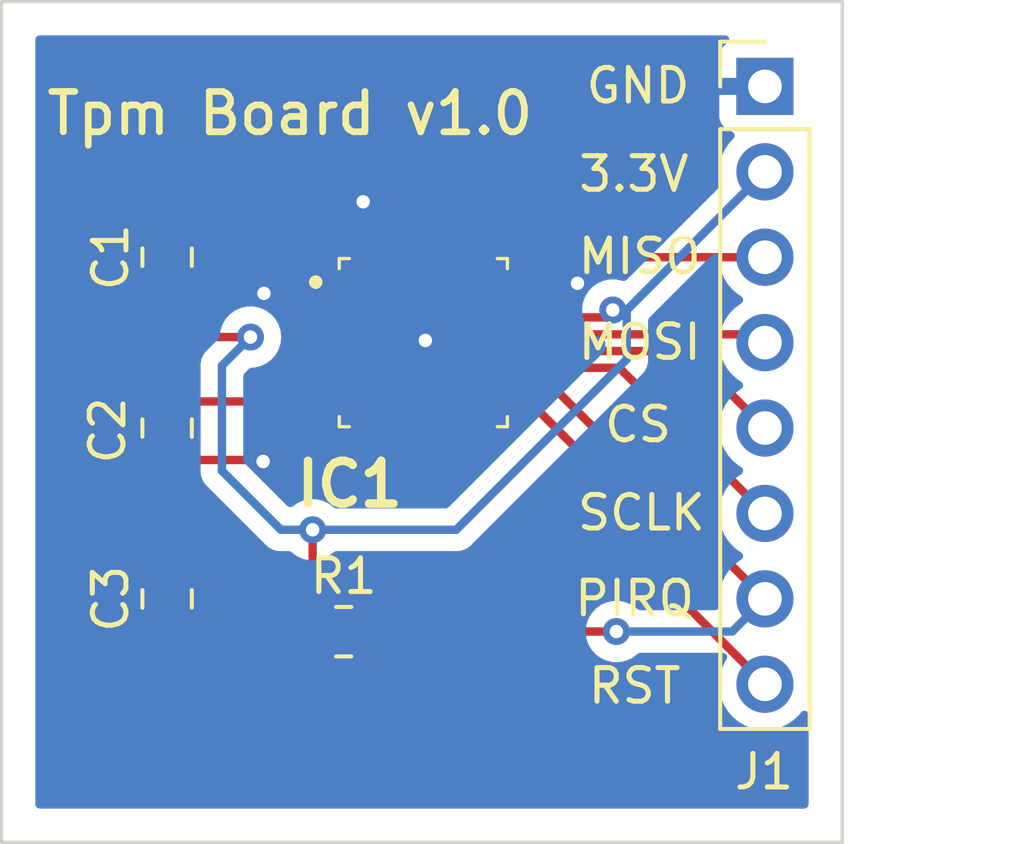
<source format=kicad_pcb>
(kicad_pcb (version 20211014) (generator pcbnew)
  (layers (0 "F.Cu" signal) (31 "B.Cu" signal) (34 "B.Paste" user) (35 "F.Paste" user) (36 "B.SilkS" user "B.Silkscreen") (37 "F.SilkS" user "F.Silkscreen") (38 "B.Mask" user) (39 "F.Mask" user) (44 "Edge.Cuts" user))
  (net 0 "")
  (net 1 "+3.3V")
  (net 2 "GND")
  (net 3 "PIRQ")
  (net 17 "RST")
  (net 18 "SCLK")
  (net 19 "CS")
  (net 20 "MOSI")
  (net 21 "MISO")
  (footprint "Resistor_SMD:R_0805_2012Metric" (layer "F.Cu") (at 65.171716 78.737058)
    (fp_text reference "R1" (at 0 -1.65) (layer "F.SilkS"))
    (fp_text value "R_US")
    (fp_line (start -0.227064 -0.735) (end 0.227064 -0.735) (layer "F.SilkS") (width 0.12))
    (fp_line (start -0.227064 0.735) (end 0.227064 0.735) (layer "F.SilkS") (width 0.12))
    (pad "1" smd roundrect (at -0.9125 0) (size 1.025 1.4) (layers "F.Cu" "F.Paste" "F.Mask") (roundrect_rratio 0.243902439) (net 1 "+3.3V"))
    (pad "2" smd roundrect (at 0.9125 0) (size 1.025 1.4) (layers "F.Cu" "F.Paste" "F.Mask") (roundrect_rratio 0.243902439) (net 3 "PIRQ"))
  )
  (footprint "Capacitor_SMD:C_0805_2012Metric" (layer "F.Cu") (at 59.92 72.68 -90)
    (fp_text reference "C2" (at 0.07 1.77 -90) (layer "F.SilkS"))
    (fp_text value "100nF")
    (fp_line (start -0.261252 -0.735) (end 0.261252 -0.735) (layer "F.SilkS") (width 0.12))
    (fp_line (start -0.261252 0.735) (end 0.261252 0.735) (layer "F.SilkS") (width 0.12))
    (pad "1" smd roundrect (at -0.95 0 270) (size 1 1.45) (layers "F.Cu" "F.Paste" "F.Mask") (net 1 "+3.3V"))
    (pad "2" smd roundrect (at 0.95 0 270) (size 1 1.45) (layers "F.Cu" "F.Paste" "F.Mask") (net 2 "GND"))
  )
  (footprint "Capacitor_SMD:C_0805_2012Metric" (layer "F.Cu") (at 59.92 67.6 90)
    (fp_text reference "C1" (at 0 -1.68 90) (layer "F.SilkS"))
    (fp_text value "1uF")
    (fp_line (start -0.261252 0.735) (end 0.261252 0.735) (layer "F.SilkS") (width 0.12))
    (fp_line (start -0.261252 -0.735) (end 0.261252 -0.735) (layer "F.SilkS") (width 0.12))
    (pad "1" smd roundrect (at -0.95 0 90) (size 1 1.45) (layers "F.Cu" "F.Paste" "F.Mask") (net 1 "+3.3V"))
    (pad "2" smd roundrect (at 0.95 0 90) (size 1 1.45) (layers "F.Cu" "F.Paste" "F.Mask") (net 2 "GND"))
  )
  (footprint "Capacitor_SMD:C_0805_2012Metric" (layer "F.Cu") (at 59.92 77.76 90)
    (fp_text reference "C3" (at 0 -1.68 90) (layer "F.SilkS"))
    (fp_text value "100nF")
    (fp_line (start -0.261252 -0.735) (end 0.261252 -0.735) (layer "F.SilkS") (width 0.12))
    (fp_line (start -0.261252 0.735) (end 0.261252 0.735) (layer "F.SilkS") (width 0.12))
    (pad "1" smd roundrect (at -0.95 0 90) (size 1 1.45) (layers "F.Cu" "F.Paste" "F.Mask") (net 1 "+3.3V"))
    (pad "2" smd roundrect (at 0.95 0 90) (size 1 1.45) (layers "F.Cu" "F.Paste" "F.Mask") (net 2 "GND"))
  )
  (footprint "Connector_PinHeader_2.54mm:PinHeader_1x08_P2.54mm_Vertical" (layer "F.Cu") (at 77.7 62.52)
    (fp_text reference "J1" (at -0.025 20.38) (layer "F.SilkS"))
    (fp_text value "Conn_01x08_Female")
    (fp_line (start -1.33 -1.33) (end 0 -1.33) (layer "F.SilkS") (width 0.12))
    (fp_line (start -1.33 1.27) (end 1.33 1.27) (layer "F.SilkS") (width 0.12))
    (fp_line (start -1.33 0) (end -1.33 -1.33) (layer "F.SilkS") (width 0.12))
    (fp_line (start -1.33 19.11) (end 1.33 19.11) (layer "F.SilkS") (width 0.12))
    (fp_line (start -1.33 1.27) (end -1.33 19.11) (layer "F.SilkS") (width 0.12))
    (fp_line (start 1.33 1.27) (end 1.33 19.11) (layer "F.SilkS") (width 0.12))
    (pad "1" thru_hole rect (at 0 0) (size 1.7 1.7) (drill 1) (layers *.Cu *.Mask) (net 2 "GND"))
    (pad "2" thru_hole oval (at 0 2.54) (size 1.7 1.7) (drill 1) (layers *.Cu *.Mask) (net 1 "+3.3V"))
    (pad "3" thru_hole oval (at 0 5.08) (size 1.7 1.7) (drill 1) (layers *.Cu *.Mask) (net 21 "MISO"))
    (pad "4" thru_hole oval (at 0 7.62) (size 1.7 1.7) (drill 1) (layers *.Cu *.Mask) (net 20 "MOSI"))
    (pad "5" thru_hole oval (at 0 10.16) (size 1.7 1.7) (drill 1) (layers *.Cu *.Mask) (net 19 "CS"))
    (pad "6" thru_hole oval (at 0 12.7) (size 1.7 1.7) (drill 1) (layers *.Cu *.Mask) (net 18 "SCLK"))
    (pad "7" thru_hole oval (at 0 15.24) (size 1.7 1.7) (drill 1) (layers *.Cu *.Mask) (net 3 "PIRQ"))
    (pad "8" thru_hole oval (at 0 17.78) (size 1.7 1.7) (drill 1) (layers *.Cu *.Mask) (net 17 "RST"))
  )
  (footprint "SamacSys_Parts:SLB9670VQ20FW785XUMA1" (layer "F.Cu") (at 67.54 70.14)
    (fp_text reference "IC1" (at -2.19 4.21) (layer "F.SilkS") (effects (font (size 1.27 1.27) (thickness 0.254))))
    (fp_text value "SLB9670VQ20FW785XUMA1" hide)
    (fp_line (start 2.5 -2.5) (end 2.5 -2.2) (layer "F.SilkS") (width 0.1))
    (fp_line (start 2.5 2.5) (end 2.5 2.2) (layer "F.SilkS") (width 0.1))
    (fp_line (start -2.2 -2.5) (end -2.5 -2.5) (layer "F.SilkS") (width 0.1))
    (fp_line (start -2.5 2.2) (end -2.5 2.5) (layer "F.SilkS") (width 0.1))
    (fp_line (start -2.5 2.5) (end -2.2 2.5) (layer "F.SilkS") (width 0.1))
    (fp_line (start -3.2 -1.9) (end -3.2 -1.9) (layer "F.SilkS") (width 0.2))
    (fp_line (start -3.2 -1.7) (end -3.2 -1.7) (layer "F.SilkS") (width 0.2))
    (fp_line (start 2.2 -2.5) (end 2.5 -2.5) (layer "F.SilkS") (width 0.1))
    (fp_line (start -2.5 -2.5) (end -2.5 -2.2) (layer "F.SilkS") (width 0.1))
    (fp_line (start 2.2 2.5) (end 2.5 2.5) (layer "F.SilkS") (width 0.1))
    (fp_arc (start -3.2 -1.7) (mid -3.3 -1.8) (end -3.2 -1.9) (layer "F.SilkS") (width 0.2))
    (fp_arc (start -3.2 -1.9) (mid -3.1 -1.8) (end -3.2 -1.7) (layer "F.SilkS") (width 0.2))
    (pad "1" smd rect locked (at -2.4 -1.75 90) (size 0.25 0.7) (layers "F.Cu" "F.Paste" "F.Mask"))
    (pad "2" smd rect locked (at -2.4 -1.25 90) (size 0.25 0.7) (layers "F.Cu" "F.Paste" "F.Mask") (net 2 "GND"))
    (pad "3" smd rect locked (at -2.4 -0.75 90) (size 0.25 0.7) (layers "F.Cu" "F.Paste" "F.Mask"))
    (pad "4" smd rect locked (at -2.4 -0.25 90) (size 0.25 0.7) (layers "F.Cu" "F.Paste" "F.Mask"))
    (pad "5" smd rect locked (at -2.4 0.25 90) (size 0.25 0.7) (layers "F.Cu" "F.Paste" "F.Mask"))
    (pad "6" smd rect locked (at -2.4 0.75 90) (size 0.25 0.7) (layers "F.Cu" "F.Paste" "F.Mask"))
    (pad "7" smd rect locked (at -2.4 1.25 90) (size 0.25 0.7) (layers "F.Cu" "F.Paste" "F.Mask"))
    (pad "8" smd rect locked (at -2.4 1.75 90) (size 0.25 0.7) (layers "F.Cu" "F.Paste" "F.Mask") (net 1 "+3.3V"))
    (pad "9" smd rect locked (at -1.75 2.4) (size 0.25 0.7) (layers "F.Cu" "F.Paste" "F.Mask") (net 2 "GND"))
    (pad "10" smd rect locked (at -1.25 2.4) (size 0.25 0.7) (layers "F.Cu" "F.Paste" "F.Mask"))
    (pad "11" smd rect locked (at -0.75 2.4) (size 0.25 0.7) (layers "F.Cu" "F.Paste" "F.Mask"))
    (pad "12" smd rect locked (at -0.25 2.4) (size 0.25 0.7) (layers "F.Cu" "F.Paste" "F.Mask"))
    (pad "13" smd rect locked (at 0.25 2.4) (size 0.25 0.7) (layers "F.Cu" "F.Paste" "F.Mask"))
    (pad "14" smd rect locked (at 0.75 2.4) (size 0.25 0.7) (layers "F.Cu" "F.Paste" "F.Mask"))
    (pad "15" smd rect locked (at 1.25 2.4) (size 0.25 0.7) (layers "F.Cu" "F.Paste" "F.Mask"))
    (pad "16" smd rect locked (at 1.75 2.4) (size 0.25 0.7) (layers "F.Cu" "F.Paste" "F.Mask"))
    (pad "17" smd rect locked (at 2.4 1.75 90) (size 0.25 0.7) (layers "F.Cu" "F.Paste" "F.Mask") (net 17 "RST"))
    (pad "18" smd rect locked (at 2.4 1.25 90) (size 0.25 0.7) (layers "F.Cu" "F.Paste" "F.Mask") (net 3 "PIRQ"))
    (pad "19" smd rect locked (at 2.4 0.75 90) (size 0.25 0.7) (layers "F.Cu" "F.Paste" "F.Mask") (net 18 "SCLK"))
    (pad "20" smd rect locked (at 2.4 0.25 90) (size 0.25 0.7) (layers "F.Cu" "F.Paste" "F.Mask") (net 19 "CS"))
    (pad "21" smd rect locked (at 2.4 -0.25 90) (size 0.25 0.7) (layers "F.Cu" "F.Paste" "F.Mask") (net 20 "MOSI"))
    (pad "22" smd rect locked (at 2.4 -0.75 90) (size 0.25 0.7) (layers "F.Cu" "F.Paste" "F.Mask") (net 1 "+3.3V"))
    (pad "23" smd rect locked (at 2.4 -1.25 90) (size 0.25 0.7) (layers "F.Cu" "F.Paste" "F.Mask") (net 2 "GND"))
    (pad "24" smd rect locked (at 2.4 -1.75 90) (size 0.25 0.7) (layers "F.Cu" "F.Paste" "F.Mask") (net 21 "MISO"))
    (pad "25" smd rect locked (at 1.75 -2.4) (size 0.25 0.7) (layers "F.Cu" "F.Paste" "F.Mask"))
    (pad "26" smd rect locked (at 1.25 -2.4) (size 0.25 0.7) (layers "F.Cu" "F.Paste" "F.Mask"))
    (pad "27" smd rect locked (at 0.75 -2.4) (size 0.25 0.7) (layers "F.Cu" "F.Paste" "F.Mask"))
    (pad "28" smd rect locked (at 0.25 -2.4) (size 0.25 0.7) (layers "F.Cu" "F.Paste" "F.Mask"))
    (pad "29" smd rect locked (at -0.25 -2.4) (size 0.25 0.7) (layers "F.Cu" "F.Paste" "F.Mask"))
    (pad "30" smd rect locked (at -0.75 -2.4) (size 0.25 0.7) (layers "F.Cu" "F.Paste" "F.Mask"))
    (pad "31" smd rect locked (at -1.25 -2.4) (size 0.25 0.7) (layers "F.Cu" "F.Paste" "F.Mask"))
    (pad "32" smd rect locked (at -1.75 -2.4) (size 0.25 0.7) (layers "F.Cu" "F.Paste" "F.Mask") (net 2 "GND"))
    (pad "33" smd rect locked (at 0 0) (size 3.6 3.6) (layers "F.Cu" "F.Paste" "F.Mask") (net 2 "GND"))
  )
  (gr_line (start 80 85) (end 80 60) (layer "Edge.Cuts") (width 0.1))
  (gr_line (start 80 60) (end 55 60) (layer "Edge.Cuts") (width 0.1))
  (gr_line (start 55 85) (end 80 85) (layer "Edge.Cuts") (width 0.1))
  (gr_line (start 55 60) (end 55 85) (layer "Edge.Cuts") (width 0.1))
  (gr_text "MISO" (at 73.975 67.575) (layer "F.SilkS") (effects (font (size 1 1))))
  (gr_text "RST" (at 73.825 80.35) (layer "F.SilkS") (effects (font (size 1 1))))
  (gr_text "Tpm Board v1.0" (at 63.575 63.325) (layer "F.SilkS") (effects (font (size 1.2 1.2) (thickness 0.2))))
  (gr_text "CS" (at 73.925 72.575) (layer "F.SilkS") (effects (font (size 1 1))))
  (gr_text "PIRQ" (at 73.825 77.75) (layer "F.SilkS") (effects (font (size 1 1))))
  (gr_text "SCLK" (at 74.025 75.2) (layer "F.SilkS") (effects (font (size 1 1))))
  (gr_text "GND" (at 73.925 62.5) (layer "F.SilkS") (effects (font (size 1 1))))
  (gr_text "MOSI" (at 73.975 70.125) (layer "F.SilkS") (effects (font (size 1 1))))
  (gr_text "3.3V" (at 73.8 65.125) (layer "F.SilkS") (effects (font (size 1 1))))
  (segment (start 72.954975 69.39) (end 73.175 69.169975) (width 0.25) (layer "F.Cu") (net 1))
  (segment (start 60.08 71.89) (end 59.92 71.73) (width 0.25) (layer "F.Cu") (net 1))
  (segment (start 69.94 69.39) (end 72.954975 69.39) (width 0.25) (layer "F.Cu") (net 1))
  (segment (start 64.247839 78.725681) (end 64.259216 78.737058) (width 0.25) (layer "F.Cu") (net 1))
  (segment (start 64.247839 75.70549) (end 64.247839 78.725681) (width 0.25) (layer "F.Cu") (net 1))
  (segment (start 62.4 69.975) (end 61.345 69.975) (width 0.25) (layer "F.Cu") (net 1))
  (segment (start 61.345 69.975) (end 59.92 68.55) (width 0.25) (layer "F.Cu") (net 1))
  (segment (start 59.947058 78.737058) (end 64.259216 78.737058) (width 0.25) (layer "F.Cu") (net 1))
  (segment (start 65.14 71.89) (end 60.08 71.89) (width 0.25) (layer "F.Cu") (net 1))
  (segment (start 59.92 68.55) (end 59.92 71.73) (width 0.25) (layer "F.Cu") (net 1))
  (via (at 64.247839 75.70549) (size 0.8) (drill 0.4) (layers "F.Cu" "B.Cu") (net 1))
  (via (at 62.4 69.975) (size 0.8) (drill 0.4) (layers "F.Cu" "B.Cu") (net 1))
  (via (at 73.175 69.169975) (size 0.8) (drill 0.4) (layers "F.Cu" "B.Cu") (net 1))
  (segment (start 73.175 69.169975) (end 73.590025 69.169975) (width 0.25) (layer "B.Cu") (net 1))
  (segment (start 61.55 73.950305) (end 61.55 70.825) (width 0.25) (layer "B.Cu") (net 1))
  (segment (start 64.247839 75.70549) (end 63.305185 75.70549) (width 0.25) (layer "B.Cu") (net 1))
  (segment (start 73.590025 69.169975) (end 77.7 65.06) (width 0.25) (layer "B.Cu") (net 1))
  (segment (start 73.590025 69.169975) (end 73.590025 70.634975) (width 0.25) (layer "B.Cu") (net 1))
  (segment (start 63.305185 75.70549) (end 61.55 73.950305) (width 0.25) (layer "B.Cu") (net 1))
  (segment (start 61.55 70.825) (end 62.4 69.975) (width 0.25) (layer "B.Cu") (net 1))
  (segment (start 68.51951 75.70549) (end 64.247839 75.70549) (width 0.25) (layer "B.Cu") (net 1))
  (segment (start 73.590025 70.634975) (end 68.51951 75.70549) (width 0.25) (layer "B.Cu") (net 1))
  (segment (start 59.92 73.63) (end 59.92 76.81) (width 0.25) (layer "F.Cu") (net 2))
  (segment (start 65.14 68.89) (end 63.015 68.89) (width 0.25) (layer "F.Cu") (net 2))
  (segment (start 65.432359 73.65) (end 62.8 73.65) (width 0.25) (layer "F.Cu") (net 2))
  (segment (start 65.79 73.292359) (end 65.79 72.54) (width 0.25) (layer "F.Cu") (net 2))
  (segment (start 60.775 66.65) (end 62.8 68.675) (width 0.25) (layer "F.Cu") (net 2))
  (segment (start 62.8 73.65) (end 62.775 73.675) (width 0.25) (layer "F.Cu") (net 2))
  (segment (start 62.73 73.63) (end 62.775 73.675) (width 0.25) (layer "F.Cu") (net 2))
  (segment (start 59.92 73.63) (end 62.73 73.63) (width 0.25) (layer "F.Cu") (net 2))
  (segment (start 59.92 66.65) (end 60.775 66.65) (width 0.25) (layer "F.Cu") (net 2))
  (segment (start 69.94 68.89) (end 71.835 68.89) (width 0.25) (layer "F.Cu") (net 2))
  (segment (start 71.835 68.89) (end 72.35 68.375) (width 0.25) (layer "F.Cu") (net 2))
  (segment (start 65.79 67.74) (end 65.79 65.99) (width 0.25) (layer "F.Cu") (net 2))
  (segment (start 65.79 65.99) (end 65.75 65.95) (width 0.25) (layer "F.Cu") (net 2))
  (segment (start 65.432359 73.65) (end 65.79 73.292359) (width 0.25) (layer "F.Cu") (net 2))
  (segment (start 63.015 68.89) (end 62.8 68.675) (width 0.25) (layer "F.Cu") (net 2))
  (via (at 65.75 65.95) (size 0.8) (drill 0.4) (layers "F.Cu" "B.Cu") (net 2))
  (via (at 62.8 68.675) (size 0.8) (drill 0.4) (layers "F.Cu" "B.Cu") (net 2))
  (via (at 62.775 73.675) (size 0.8) (drill 0.4) (layers "F.Cu" "B.Cu") (net 2))
  (via (at 72.125 68.375) (size 0.8) (drill 0.4) (layers "F.Cu" "B.Cu") (net 2))
  (via (at 67.6 70.075) (size 0.8) (drill 0.4) (layers "F.Cu" "B.Cu") (net 2))
  (segment (start 69.94 71.39) (end 71.33 71.39) (width 0.25) (layer "F.Cu") (net 3))
  (segment (start 71.33 71.39) (end 77.7 77.76) (width 0.25) (layer "F.Cu") (net 3))
  (segment (start 73.28094 78.731775) (end 66.089499 78.731775) (width 0.25) (layer "F.Cu") (net 3))
  (via (at 73.28094 78.731775) (size 0.8) (drill 0.4) (layers "F.Cu" "B.Cu") (net 3))
  (segment (start 76.728225 78.731775) (end 73.28094 78.731775) (width 0.25) (layer "B.Cu") (net 3))
  (segment (start 77.7 77.76) (end 76.728225 78.731775) (width 0.25) (layer "B.Cu") (net 3))
  (segment (start 69.94 71.89) (end 70.69 71.89) (width 0.25) (layer "F.Cu") (net 17))
  (segment (start 70.69 71.89) (end 75.36 76.56) (width 0.25) (layer "F.Cu") (net 17))
  (segment (start 75.36 77.96) (end 77.7 80.3) (width 0.25) (layer "F.Cu") (net 17))
  (segment (start 75.36 76.56) (end 75.36 77.96) (width 0.25) (layer "F.Cu") (net 17))
  (segment (start 69.94 70.89) (end 73.37 70.89) (width 0.25) (layer "F.Cu") (net 18))
  (segment (start 73.37 70.89) (end 77.7 75.22) (width 0.25) (layer "F.Cu") (net 18))
  (segment (start 77.7 72.68) (end 75.41 70.39) (width 0.25) (layer "F.Cu") (net 19))
  (segment (start 75.41 70.39) (end 69.94 70.39) (width 0.25) (layer "F.Cu") (net 19))
  (segment (start 77.45 69.894475) (end 69.94 69.894475) (width 0.25) (layer "F.Cu") (net 20))
  (segment (start 77.7 70.14) (end 77.45 69.89) (width 0.25) (layer "F.Cu") (net 20))
  (segment (start 70.575 68.375) (end 70.95 68.375) (width 0.25) (layer "F.Cu") (net 21))
  (segment (start 71.725 67.6) (end 77.7 67.6) (width 0.25) (layer "F.Cu") (net 21))
  (segment (start 69.94 68.39) (end 70.56 68.39) (width 0.25) (layer "F.Cu") (net 21))
  (segment (start 70.56 68.39) (end 70.575 68.375) (width 0.25) (layer "F.Cu") (net 21))
  (segment (start 70.95 68.375) (end 71.725 67.6) (width 0.25) (layer "F.Cu") (net 21))
  (zone (net 2) (net_name "GND") (layer "B.Cu") (connect_pads (clearance 0.508)) (min_thickness 0.254) (fill yes (thermal_gap 0.508) (thermal_bridge_width 0.508))
    (polygon (pts (xy 80.05 85.025) (xy 54.975 84.95) (xy 55 59.975) (xy 80.025 59.95)))
  )
)
</source>
